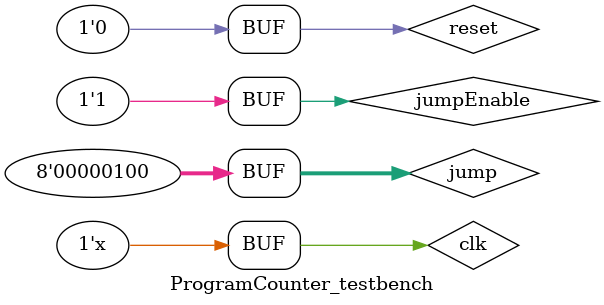
<source format=sv>
`timescale 1ns/1ns
module ProgramCounter_testbench;

logic clk, reset, jumpEnable;
logic [7:0] jump, count;

ProgramCounter ProgramCounter_inst(
    .clk(clk),
    .reset(reset),
    .jumpEnable(jumpEnable),
    .jump(jump),
    .count(count)
);
initial begin
    //Initial
    reset = 1;
	clk = 1;
    jump = 4;
    reset = 0;

    #100ns; //Clock pulse 5 times so count should be 5
    jumpEnable = 1; //Jump ahead by 4, count = 9
    #100ns; //Jump ahead by 4, 5 times so count should be 29



end

always@(clk) begin
	#10ns clk <= !clk;
end
endmodule: ProgramCounter_testbench
</source>
